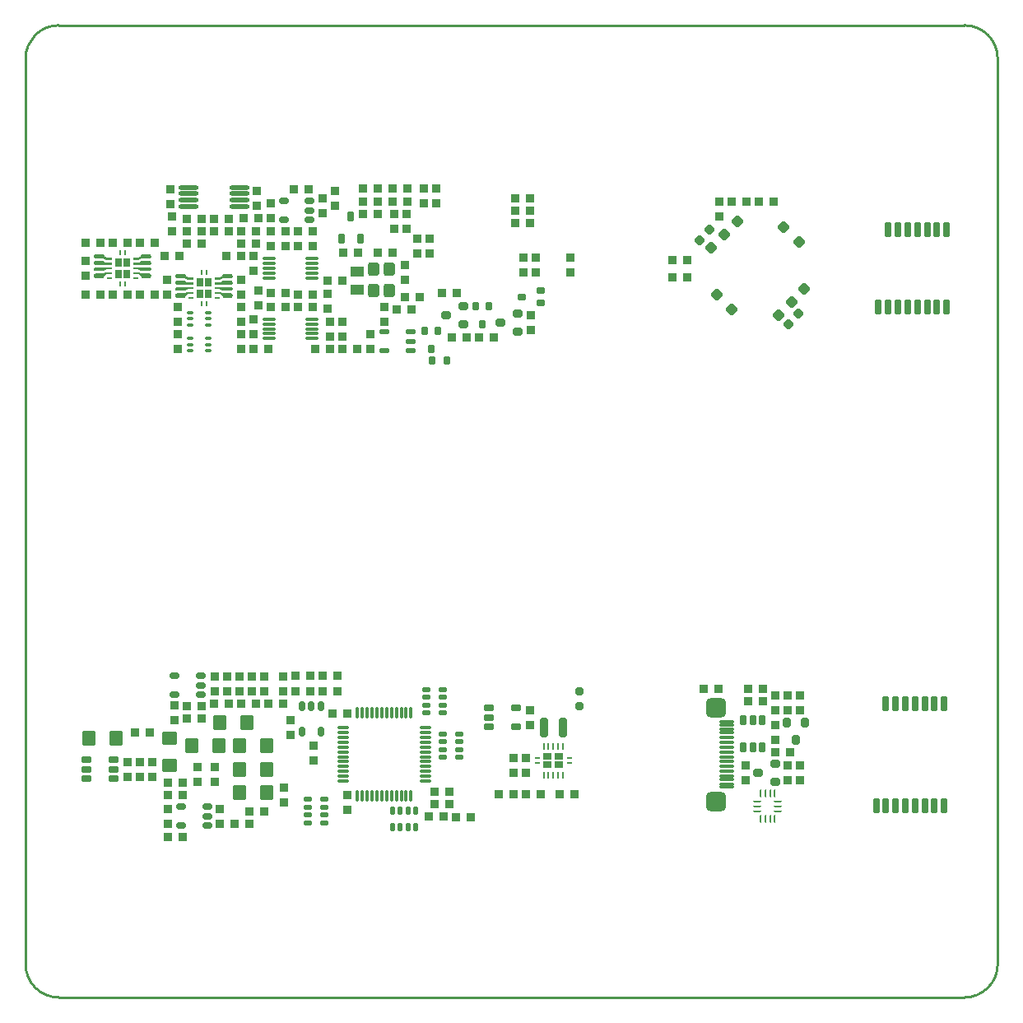
<source format=gbp>
G04*
G04 #@! TF.GenerationSoftware,Altium Limited,Altium Designer,19.1.5 (86)*
G04*
G04 Layer_Color=128*
%FSLAX25Y25*%
%MOIN*%
G70*
G01*
G75*
%ADD10C,0.01000*%
%ADD11R,0.01024X0.01968*%
%ADD12R,0.02677X0.03740*%
%ADD13R,0.03740X0.02677*%
%ADD14R,0.01968X0.01024*%
G04:AMPARAMS|DCode=15|XSize=35mil|YSize=35mil|CornerRadius=4.38mil|HoleSize=0mil|Usage=FLASHONLY|Rotation=180.000|XOffset=0mil|YOffset=0mil|HoleType=Round|Shape=RoundedRectangle|*
%AMROUNDEDRECTD15*
21,1,0.03500,0.02625,0,0,180.0*
21,1,0.02625,0.03500,0,0,180.0*
1,1,0.00875,-0.01313,0.01313*
1,1,0.00875,0.01313,0.01313*
1,1,0.00875,0.01313,-0.01313*
1,1,0.00875,-0.01313,-0.01313*
%
%ADD15ROUNDEDRECTD15*%
G04:AMPARAMS|DCode=16|XSize=35mil|YSize=35mil|CornerRadius=4.38mil|HoleSize=0mil|Usage=FLASHONLY|Rotation=270.000|XOffset=0mil|YOffset=0mil|HoleType=Round|Shape=RoundedRectangle|*
%AMROUNDEDRECTD16*
21,1,0.03500,0.02625,0,0,270.0*
21,1,0.02625,0.03500,0,0,270.0*
1,1,0.00875,-0.01313,-0.01313*
1,1,0.00875,-0.01313,0.01313*
1,1,0.00875,0.01313,0.01313*
1,1,0.00875,0.01313,-0.01313*
%
%ADD16ROUNDEDRECTD16*%
%ADD17O,0.08071X0.01772*%
G04:AMPARAMS|DCode=18|XSize=35mil|YSize=35mil|CornerRadius=4.38mil|HoleSize=0mil|Usage=FLASHONLY|Rotation=45.000|XOffset=0mil|YOffset=0mil|HoleType=Round|Shape=RoundedRectangle|*
%AMROUNDEDRECTD18*
21,1,0.03500,0.02625,0,0,45.0*
21,1,0.02625,0.03500,0,0,45.0*
1,1,0.00875,0.01856,0.00000*
1,1,0.00875,0.00000,-0.01856*
1,1,0.00875,-0.01856,0.00000*
1,1,0.00875,0.00000,0.01856*
%
%ADD18ROUNDEDRECTD18*%
G04:AMPARAMS|DCode=19|XSize=35mil|YSize=35mil|CornerRadius=3.5mil|HoleSize=0mil|Usage=FLASHONLY|Rotation=45.000|XOffset=0mil|YOffset=0mil|HoleType=Round|Shape=RoundedRectangle|*
%AMROUNDEDRECTD19*
21,1,0.03500,0.02800,0,0,45.0*
21,1,0.02800,0.03500,0,0,45.0*
1,1,0.00700,0.01980,0.00000*
1,1,0.00700,0.00000,-0.01980*
1,1,0.00700,-0.01980,0.00000*
1,1,0.00700,0.00000,0.01980*
%
%ADD19ROUNDEDRECTD19*%
G04:AMPARAMS|DCode=20|XSize=39.37mil|YSize=39.37mil|CornerRadius=4.92mil|HoleSize=0mil|Usage=FLASHONLY|Rotation=45.000|XOffset=0mil|YOffset=0mil|HoleType=Round|Shape=RoundedRectangle|*
%AMROUNDEDRECTD20*
21,1,0.03937,0.02953,0,0,45.0*
21,1,0.02953,0.03937,0,0,45.0*
1,1,0.00984,0.02088,0.00000*
1,1,0.00984,0.00000,-0.02088*
1,1,0.00984,-0.02088,0.00000*
1,1,0.00984,0.00000,0.02088*
%
%ADD20ROUNDEDRECTD20*%
G04:AMPARAMS|DCode=21|XSize=35mil|YSize=35mil|CornerRadius=3.5mil|HoleSize=0mil|Usage=FLASHONLY|Rotation=270.000|XOffset=0mil|YOffset=0mil|HoleType=Round|Shape=RoundedRectangle|*
%AMROUNDEDRECTD21*
21,1,0.03500,0.02800,0,0,270.0*
21,1,0.02800,0.03500,0,0,270.0*
1,1,0.00700,-0.01400,-0.01400*
1,1,0.00700,-0.01400,0.01400*
1,1,0.00700,0.01400,0.01400*
1,1,0.00700,0.01400,-0.01400*
%
%ADD21ROUNDEDRECTD21*%
G04:AMPARAMS|DCode=22|XSize=27.56mil|YSize=35.43mil|CornerRadius=6.89mil|HoleSize=0mil|Usage=FLASHONLY|Rotation=90.000|XOffset=0mil|YOffset=0mil|HoleType=Round|Shape=RoundedRectangle|*
%AMROUNDEDRECTD22*
21,1,0.02756,0.02165,0,0,90.0*
21,1,0.01378,0.03543,0,0,90.0*
1,1,0.01378,0.01083,0.00689*
1,1,0.01378,0.01083,-0.00689*
1,1,0.01378,-0.01083,-0.00689*
1,1,0.01378,-0.01083,0.00689*
%
%ADD22ROUNDEDRECTD22*%
G04:AMPARAMS|DCode=23|XSize=31.58mil|YSize=38.27mil|CornerRadius=7.89mil|HoleSize=0mil|Usage=FLASHONLY|Rotation=90.000|XOffset=0mil|YOffset=0mil|HoleType=Round|Shape=RoundedRectangle|*
%AMROUNDEDRECTD23*
21,1,0.03158,0.02248,0,0,90.0*
21,1,0.01579,0.03827,0,0,90.0*
1,1,0.01579,0.01124,0.00789*
1,1,0.01579,0.01124,-0.00789*
1,1,0.01579,-0.01124,-0.00789*
1,1,0.01579,-0.01124,0.00789*
%
%ADD23ROUNDEDRECTD23*%
G04:AMPARAMS|DCode=24|XSize=27.56mil|YSize=35.43mil|CornerRadius=6.89mil|HoleSize=0mil|Usage=FLASHONLY|Rotation=180.000|XOffset=0mil|YOffset=0mil|HoleType=Round|Shape=RoundedRectangle|*
%AMROUNDEDRECTD24*
21,1,0.02756,0.02165,0,0,180.0*
21,1,0.01378,0.03543,0,0,180.0*
1,1,0.01378,-0.00689,0.01083*
1,1,0.01378,0.00689,0.01083*
1,1,0.01378,0.00689,-0.01083*
1,1,0.01378,-0.00689,-0.01083*
%
%ADD24ROUNDEDRECTD24*%
G04:AMPARAMS|DCode=25|XSize=31.5mil|YSize=23.62mil|CornerRadius=2.95mil|HoleSize=0mil|Usage=FLASHONLY|Rotation=90.000|XOffset=0mil|YOffset=0mil|HoleType=Round|Shape=RoundedRectangle|*
%AMROUNDEDRECTD25*
21,1,0.03150,0.01772,0,0,90.0*
21,1,0.02559,0.02362,0,0,90.0*
1,1,0.00591,0.00886,0.01280*
1,1,0.00591,0.00886,-0.01280*
1,1,0.00591,-0.00886,-0.01280*
1,1,0.00591,-0.00886,0.01280*
%
%ADD25ROUNDEDRECTD25*%
G04:AMPARAMS|DCode=26|XSize=21.65mil|YSize=39.37mil|CornerRadius=5.41mil|HoleSize=0mil|Usage=FLASHONLY|Rotation=90.000|XOffset=0mil|YOffset=0mil|HoleType=Round|Shape=RoundedRectangle|*
%AMROUNDEDRECTD26*
21,1,0.02165,0.02854,0,0,90.0*
21,1,0.01083,0.03937,0,0,90.0*
1,1,0.01083,0.01427,0.00541*
1,1,0.01083,0.01427,-0.00541*
1,1,0.01083,-0.01427,-0.00541*
1,1,0.01083,-0.01427,0.00541*
%
%ADD26ROUNDEDRECTD26*%
G04:AMPARAMS|DCode=27|XSize=35mil|YSize=35mil|CornerRadius=3.5mil|HoleSize=0mil|Usage=FLASHONLY|Rotation=180.000|XOffset=0mil|YOffset=0mil|HoleType=Round|Shape=RoundedRectangle|*
%AMROUNDEDRECTD27*
21,1,0.03500,0.02800,0,0,180.0*
21,1,0.02800,0.03500,0,0,180.0*
1,1,0.00700,-0.01400,0.01400*
1,1,0.00700,0.01400,0.01400*
1,1,0.00700,0.01400,-0.01400*
1,1,0.00700,-0.01400,-0.01400*
%
%ADD27ROUNDEDRECTD27*%
G04:AMPARAMS|DCode=28|XSize=45.28mil|YSize=55.12mil|CornerRadius=11.32mil|HoleSize=0mil|Usage=FLASHONLY|Rotation=180.000|XOffset=0mil|YOffset=0mil|HoleType=Round|Shape=RoundedRectangle|*
%AMROUNDEDRECTD28*
21,1,0.04528,0.03248,0,0,180.0*
21,1,0.02264,0.05512,0,0,180.0*
1,1,0.02264,-0.01132,0.01624*
1,1,0.02264,0.01132,0.01624*
1,1,0.02264,0.01132,-0.01624*
1,1,0.02264,-0.01132,-0.01624*
%
%ADD28ROUNDEDRECTD28*%
G04:AMPARAMS|DCode=29|XSize=42.5mil|YSize=55mil|CornerRadius=4.25mil|HoleSize=0mil|Usage=FLASHONLY|Rotation=270.000|XOffset=0mil|YOffset=0mil|HoleType=Round|Shape=RoundedRectangle|*
%AMROUNDEDRECTD29*
21,1,0.04250,0.04650,0,0,270.0*
21,1,0.03400,0.05500,0,0,270.0*
1,1,0.00850,-0.02325,-0.01700*
1,1,0.00850,-0.02325,0.01700*
1,1,0.00850,0.02325,0.01700*
1,1,0.00850,0.02325,-0.01700*
%
%ADD29ROUNDEDRECTD29*%
G04:AMPARAMS|DCode=30|XSize=25.59mil|YSize=41.34mil|CornerRadius=6.4mil|HoleSize=0mil|Usage=FLASHONLY|Rotation=0.000|XOffset=0mil|YOffset=0mil|HoleType=Round|Shape=RoundedRectangle|*
%AMROUNDEDRECTD30*
21,1,0.02559,0.02854,0,0,0.0*
21,1,0.01280,0.04134,0,0,0.0*
1,1,0.01280,0.00640,-0.01427*
1,1,0.01280,-0.00640,-0.01427*
1,1,0.01280,-0.00640,0.01427*
1,1,0.01280,0.00640,0.01427*
%
%ADD30ROUNDEDRECTD30*%
G04:AMPARAMS|DCode=31|XSize=23.62mil|YSize=39.37mil|CornerRadius=5.91mil|HoleSize=0mil|Usage=FLASHONLY|Rotation=90.000|XOffset=0mil|YOffset=0mil|HoleType=Round|Shape=RoundedRectangle|*
%AMROUNDEDRECTD31*
21,1,0.02362,0.02756,0,0,90.0*
21,1,0.01181,0.03937,0,0,90.0*
1,1,0.01181,0.01378,0.00591*
1,1,0.01181,0.01378,-0.00591*
1,1,0.01181,-0.01378,-0.00591*
1,1,0.01181,-0.01378,0.00591*
%
%ADD31ROUNDEDRECTD31*%
%ADD32O,0.05709X0.01181*%
%ADD33O,0.02362X0.00906*%
G04:AMPARAMS|DCode=34|XSize=16.54mil|YSize=23.62mil|CornerRadius=4.13mil|HoleSize=0mil|Usage=FLASHONLY|Rotation=90.000|XOffset=0mil|YOffset=0mil|HoleType=Round|Shape=RoundedRectangle|*
%AMROUNDEDRECTD34*
21,1,0.01654,0.01535,0,0,90.0*
21,1,0.00827,0.02362,0,0,90.0*
1,1,0.00827,0.00768,0.00413*
1,1,0.00827,0.00768,-0.00413*
1,1,0.00827,-0.00768,-0.00413*
1,1,0.00827,-0.00768,0.00413*
%
%ADD34ROUNDEDRECTD34*%
G04:AMPARAMS|DCode=35|XSize=82.68mil|YSize=78.74mil|CornerRadius=19.68mil|HoleSize=0mil|Usage=FLASHONLY|Rotation=0.000|XOffset=0mil|YOffset=0mil|HoleType=Round|Shape=RoundedRectangle|*
%AMROUNDEDRECTD35*
21,1,0.08268,0.03937,0,0,0.0*
21,1,0.04331,0.07874,0,0,0.0*
1,1,0.03937,0.02165,-0.01968*
1,1,0.03937,-0.02165,-0.01968*
1,1,0.03937,-0.02165,0.01968*
1,1,0.03937,0.02165,0.01968*
%
%ADD35ROUNDEDRECTD35*%
G04:AMPARAMS|DCode=36|XSize=59.06mil|YSize=11.81mil|CornerRadius=2.95mil|HoleSize=0mil|Usage=FLASHONLY|Rotation=0.000|XOffset=0mil|YOffset=0mil|HoleType=Round|Shape=RoundedRectangle|*
%AMROUNDEDRECTD36*
21,1,0.05906,0.00591,0,0,0.0*
21,1,0.05315,0.01181,0,0,0.0*
1,1,0.00591,0.02657,-0.00295*
1,1,0.00591,-0.02657,-0.00295*
1,1,0.00591,-0.02657,0.00295*
1,1,0.00591,0.02657,0.00295*
%
%ADD36ROUNDEDRECTD36*%
G04:AMPARAMS|DCode=37|XSize=17.72mil|YSize=35.43mil|CornerRadius=4.43mil|HoleSize=0mil|Usage=FLASHONLY|Rotation=90.000|XOffset=0mil|YOffset=0mil|HoleType=Round|Shape=RoundedRectangle|*
%AMROUNDEDRECTD37*
21,1,0.01772,0.02657,0,0,90.0*
21,1,0.00886,0.03543,0,0,90.0*
1,1,0.00886,0.01329,0.00443*
1,1,0.00886,0.01329,-0.00443*
1,1,0.00886,-0.01329,-0.00443*
1,1,0.00886,-0.01329,0.00443*
%
%ADD37ROUNDEDRECTD37*%
%ADD38O,0.00906X0.03150*%
G04:AMPARAMS|DCode=39|XSize=31.58mil|YSize=38.27mil|CornerRadius=7.89mil|HoleSize=0mil|Usage=FLASHONLY|Rotation=180.000|XOffset=0mil|YOffset=0mil|HoleType=Round|Shape=RoundedRectangle|*
%AMROUNDEDRECTD39*
21,1,0.03158,0.02248,0,0,180.0*
21,1,0.01579,0.03827,0,0,180.0*
1,1,0.01579,-0.00789,0.01124*
1,1,0.01579,0.00789,0.01124*
1,1,0.01579,0.00789,-0.01124*
1,1,0.01579,-0.00789,-0.01124*
%
%ADD39ROUNDEDRECTD39*%
G04:AMPARAMS|DCode=40|XSize=23.62mil|YSize=43.31mil|CornerRadius=5.91mil|HoleSize=0mil|Usage=FLASHONLY|Rotation=90.000|XOffset=0mil|YOffset=0mil|HoleType=Round|Shape=RoundedRectangle|*
%AMROUNDEDRECTD40*
21,1,0.02362,0.03150,0,0,90.0*
21,1,0.01181,0.04331,0,0,90.0*
1,1,0.01181,0.01575,0.00591*
1,1,0.01181,0.01575,-0.00591*
1,1,0.01181,-0.01575,-0.00591*
1,1,0.01181,-0.01575,0.00591*
%
%ADD40ROUNDEDRECTD40*%
G04:AMPARAMS|DCode=41|XSize=23.62mil|YSize=39.37mil|CornerRadius=5.91mil|HoleSize=0mil|Usage=FLASHONLY|Rotation=180.000|XOffset=0mil|YOffset=0mil|HoleType=Round|Shape=RoundedRectangle|*
%AMROUNDEDRECTD41*
21,1,0.02362,0.02756,0,0,180.0*
21,1,0.01181,0.03937,0,0,180.0*
1,1,0.01181,-0.00591,0.01378*
1,1,0.01181,0.00591,0.01378*
1,1,0.01181,0.00591,-0.01378*
1,1,0.01181,-0.00591,-0.01378*
%
%ADD41ROUNDEDRECTD41*%
G04:AMPARAMS|DCode=42|XSize=17.72mil|YSize=35.43mil|CornerRadius=4.43mil|HoleSize=0mil|Usage=FLASHONLY|Rotation=0.000|XOffset=0mil|YOffset=0mil|HoleType=Round|Shape=RoundedRectangle|*
%AMROUNDEDRECTD42*
21,1,0.01772,0.02657,0,0,0.0*
21,1,0.00886,0.03543,0,0,0.0*
1,1,0.00886,0.00443,-0.01329*
1,1,0.00886,-0.00443,-0.01329*
1,1,0.00886,-0.00443,0.01329*
1,1,0.00886,0.00443,0.01329*
%
%ADD42ROUNDEDRECTD42*%
%ADD43O,0.01181X0.04724*%
%ADD44O,0.04724X0.01181*%
G04:AMPARAMS|DCode=45|XSize=78.74mil|YSize=31.5mil|CornerRadius=7.87mil|HoleSize=0mil|Usage=FLASHONLY|Rotation=90.000|XOffset=0mil|YOffset=0mil|HoleType=Round|Shape=RoundedRectangle|*
%AMROUNDEDRECTD45*
21,1,0.07874,0.01575,0,0,90.0*
21,1,0.06299,0.03150,0,0,90.0*
1,1,0.01575,0.00787,0.03150*
1,1,0.01575,0.00787,-0.03150*
1,1,0.01575,-0.00787,-0.03150*
1,1,0.01575,-0.00787,0.03150*
%
%ADD45ROUNDEDRECTD45*%
G04:AMPARAMS|DCode=46|XSize=31.5mil|YSize=31.5mil|CornerRadius=7.87mil|HoleSize=0mil|Usage=FLASHONLY|Rotation=180.000|XOffset=0mil|YOffset=0mil|HoleType=Round|Shape=RoundedRectangle|*
%AMROUNDEDRECTD46*
21,1,0.03150,0.01575,0,0,180.0*
21,1,0.01575,0.03150,0,0,180.0*
1,1,0.01575,-0.00787,0.00787*
1,1,0.01575,0.00787,0.00787*
1,1,0.01575,0.00787,-0.00787*
1,1,0.01575,-0.00787,-0.00787*
%
%ADD46ROUNDEDRECTD46*%
G04:AMPARAMS|DCode=47|XSize=23.62mil|YSize=43.31mil|CornerRadius=5.91mil|HoleSize=0mil|Usage=FLASHONLY|Rotation=0.000|XOffset=0mil|YOffset=0mil|HoleType=Round|Shape=RoundedRectangle|*
%AMROUNDEDRECTD47*
21,1,0.02362,0.03150,0,0,0.0*
21,1,0.01181,0.04331,0,0,0.0*
1,1,0.01181,0.00591,-0.01575*
1,1,0.01181,-0.00591,-0.01575*
1,1,0.01181,-0.00591,0.01575*
1,1,0.01181,0.00591,0.01575*
%
%ADD47ROUNDEDRECTD47*%
G04:AMPARAMS|DCode=48|XSize=9.84mil|YSize=30.51mil|CornerRadius=2.46mil|HoleSize=0mil|Usage=FLASHONLY|Rotation=180.000|XOffset=0mil|YOffset=0mil|HoleType=Round|Shape=RoundedRectangle|*
%AMROUNDEDRECTD48*
21,1,0.00984,0.02559,0,0,180.0*
21,1,0.00492,0.03051,0,0,180.0*
1,1,0.00492,-0.00246,0.01280*
1,1,0.00492,0.00246,0.01280*
1,1,0.00492,0.00246,-0.01280*
1,1,0.00492,-0.00246,-0.01280*
%
%ADD48ROUNDEDRECTD48*%
G04:AMPARAMS|DCode=49|XSize=9.84mil|YSize=30.51mil|CornerRadius=2.46mil|HoleSize=0mil|Usage=FLASHONLY|Rotation=270.000|XOffset=0mil|YOffset=0mil|HoleType=Round|Shape=RoundedRectangle|*
%AMROUNDEDRECTD49*
21,1,0.00984,0.02559,0,0,270.0*
21,1,0.00492,0.03051,0,0,270.0*
1,1,0.00492,-0.01280,-0.00246*
1,1,0.00492,-0.01280,0.00246*
1,1,0.00492,0.01280,0.00246*
1,1,0.00492,0.01280,-0.00246*
%
%ADD49ROUNDEDRECTD49*%
G04:AMPARAMS|DCode=50|XSize=9.84mil|YSize=18.7mil|CornerRadius=2.46mil|HoleSize=0mil|Usage=FLASHONLY|Rotation=270.000|XOffset=0mil|YOffset=0mil|HoleType=Round|Shape=RoundedRectangle|*
%AMROUNDEDRECTD50*
21,1,0.00984,0.01378,0,0,270.0*
21,1,0.00492,0.01870,0,0,270.0*
1,1,0.00492,-0.00689,-0.00246*
1,1,0.00492,-0.00689,0.00246*
1,1,0.00492,0.00689,0.00246*
1,1,0.00492,0.00689,-0.00246*
%
%ADD50ROUNDEDRECTD50*%
G04:AMPARAMS|DCode=51|XSize=62.99mil|YSize=55.12mil|CornerRadius=6.89mil|HoleSize=0mil|Usage=FLASHONLY|Rotation=270.000|XOffset=0mil|YOffset=0mil|HoleType=Round|Shape=RoundedRectangle|*
%AMROUNDEDRECTD51*
21,1,0.06299,0.04134,0,0,270.0*
21,1,0.04921,0.05512,0,0,270.0*
1,1,0.01378,-0.02067,-0.02461*
1,1,0.01378,-0.02067,0.02461*
1,1,0.01378,0.02067,0.02461*
1,1,0.01378,0.02067,-0.02461*
%
%ADD51ROUNDEDRECTD51*%
G04:AMPARAMS|DCode=52|XSize=62.99mil|YSize=55.12mil|CornerRadius=6.89mil|HoleSize=0mil|Usage=FLASHONLY|Rotation=180.000|XOffset=0mil|YOffset=0mil|HoleType=Round|Shape=RoundedRectangle|*
%AMROUNDEDRECTD52*
21,1,0.06299,0.04134,0,0,180.0*
21,1,0.04921,0.05512,0,0,180.0*
1,1,0.01378,-0.02461,0.02067*
1,1,0.01378,0.02461,0.02067*
1,1,0.01378,0.02461,-0.02067*
1,1,0.01378,-0.02461,-0.02067*
%
%ADD52ROUNDEDRECTD52*%
G04:AMPARAMS|DCode=53|XSize=59.06mil|YSize=27.56mil|CornerRadius=3.45mil|HoleSize=0mil|Usage=FLASHONLY|Rotation=270.000|XOffset=0mil|YOffset=0mil|HoleType=Round|Shape=RoundedRectangle|*
%AMROUNDEDRECTD53*
21,1,0.05906,0.02067,0,0,270.0*
21,1,0.05217,0.02756,0,0,270.0*
1,1,0.00689,-0.01034,-0.02608*
1,1,0.00689,-0.01034,0.02608*
1,1,0.00689,0.01034,0.02608*
1,1,0.00689,0.01034,-0.02608*
%
%ADD53ROUNDEDRECTD53*%
G36*
X-169217Y95468D02*
Y95296D01*
X-169085Y94978D01*
X-168841Y94734D01*
X-168523Y94602D01*
X-168350D01*
D01*
Y94602D01*
X-165256D01*
Y94602D01*
X-165208Y94881D01*
X-164963Y95389D01*
X-164550Y95772D01*
X-164026Y95977D01*
X-163744Y96004D01*
Y96004D01*
X-162287D01*
X-162100D01*
X-161835Y96269D01*
Y96644D01*
X-162100Y96909D01*
X-162287D01*
D01*
Y96909D01*
X-163868D01*
X-164061D01*
X-164441Y96834D01*
X-164798Y96686D01*
X-165119Y96471D01*
X-165256Y96335D01*
Y96335D01*
X-168350Y96335D01*
X-168523D01*
X-168841Y96203D01*
X-169085Y95959D01*
X-169217Y95641D01*
Y95468D01*
D01*
D02*
G37*
G36*
Y98146D02*
Y97997D01*
X-169103Y97722D01*
X-168892Y97512D01*
X-168617Y97398D01*
X-168468D01*
D01*
X-165256Y97398D01*
X-165113Y97527D01*
X-164793Y97741D01*
X-164438Y97888D01*
X-164060Y97963D01*
X-163868Y97973D01*
D01*
X-162287D01*
X-162100D01*
X-161835Y98238D01*
Y98613D01*
X-162100Y98878D01*
X-162287D01*
D01*
Y98878D01*
X-165218D01*
X-165223Y98878D01*
X-165234Y98880D01*
X-165243Y98884D01*
X-165252Y98890D01*
X-165256Y98894D01*
X-165256Y98894D01*
X-168468D01*
X-168617D01*
X-168892Y98780D01*
X-169103Y98569D01*
X-169217Y98295D01*
Y98146D01*
D01*
D02*
G37*
G36*
Y103382D02*
Y103554D01*
X-169085Y103873D01*
X-168841Y104116D01*
X-168523Y104248D01*
X-168350D01*
D01*
Y104248D01*
X-165256D01*
Y104248D01*
X-165208Y103969D01*
X-164963Y103462D01*
X-164550Y103079D01*
X-164026Y102873D01*
X-163744Y102847D01*
D01*
X-162287D01*
X-162100D01*
X-161835Y102581D01*
Y102206D01*
X-162100Y101941D01*
X-162287D01*
D01*
Y101941D01*
X-163868D01*
X-164061D01*
X-164441Y102016D01*
X-164798Y102164D01*
X-165119Y102379D01*
X-165256Y102516D01*
D01*
X-168350Y102516D01*
X-168523D01*
X-168841Y102648D01*
X-169085Y102891D01*
X-169217Y103210D01*
Y103382D01*
D01*
D02*
G37*
G36*
Y100673D02*
Y100822D01*
X-169103Y101097D01*
X-168892Y101307D01*
X-168617Y101421D01*
X-168468D01*
D01*
X-165256D01*
X-165113Y101292D01*
X-164793Y101078D01*
X-164438Y100931D01*
X-164060Y100856D01*
X-163868Y100847D01*
D01*
X-162287D01*
X-162100D01*
X-161835Y100581D01*
Y100206D01*
X-162100Y99941D01*
X-162287D01*
D01*
Y99941D01*
X-165218D01*
X-165223Y99941D01*
X-165234Y99939D01*
X-165243Y99935D01*
X-165252Y99929D01*
X-165256Y99925D01*
X-165256D01*
X-168468D01*
X-168617D01*
X-168892Y100039D01*
X-169103Y100250D01*
X-169217Y100524D01*
Y100673D01*
D01*
D02*
G37*
G36*
X-145988Y95468D02*
Y95296D01*
X-146120Y94978D01*
X-146364Y94734D01*
X-146682Y94602D01*
X-146854D01*
D01*
Y94602D01*
X-149949D01*
X-149949Y94602D01*
X-149997Y94881D01*
X-150241Y95389D01*
X-150654Y95772D01*
X-151179Y95977D01*
X-151461Y96004D01*
Y96004D01*
X-152917D01*
X-153105D01*
X-153370Y96269D01*
Y96644D01*
X-153105Y96909D01*
X-152917D01*
D01*
Y96909D01*
X-151337D01*
X-151143D01*
X-150764Y96834D01*
X-150407Y96686D01*
X-150085Y96471D01*
X-149949Y96335D01*
X-149949Y96335D01*
X-146854Y96335D01*
X-146682D01*
X-146364Y96203D01*
X-146120Y95959D01*
X-145988Y95641D01*
Y95468D01*
D01*
D02*
G37*
G36*
Y98146D02*
Y97997D01*
X-146102Y97722D01*
X-146312Y97512D01*
X-146587Y97398D01*
X-146736D01*
D01*
X-149949Y97398D01*
X-150092Y97527D01*
X-150411Y97741D01*
X-150767Y97888D01*
X-151144Y97963D01*
X-151337Y97972D01*
D01*
X-152917D01*
X-153105D01*
X-153370Y98238D01*
Y98613D01*
X-153105Y98878D01*
X-152917D01*
D01*
Y98878D01*
X-149987D01*
X-149982Y98878D01*
X-149971Y98880D01*
X-149962Y98884D01*
X-149953Y98890D01*
X-149949Y98894D01*
Y98894D01*
X-146736D01*
X-146587D01*
X-146312Y98780D01*
X-146102Y98569D01*
X-145988Y98295D01*
Y98146D01*
D01*
D02*
G37*
G36*
Y100673D02*
Y100822D01*
X-146102Y101097D01*
X-146312Y101307D01*
X-146587Y101421D01*
X-146736D01*
D01*
X-149949D01*
X-150092Y101292D01*
X-150411Y101078D01*
X-150767Y100931D01*
X-151144Y100856D01*
X-151337Y100847D01*
D01*
X-152917D01*
X-153105D01*
X-153370Y100581D01*
Y100206D01*
X-153105Y99941D01*
X-152917D01*
D01*
Y99941D01*
X-149987D01*
X-149982Y99941D01*
X-149971Y99939D01*
X-149962Y99935D01*
X-149953Y99929D01*
X-149949Y99925D01*
D01*
X-146736D01*
X-146587D01*
X-146312Y100039D01*
X-146102Y100250D01*
X-145988Y100524D01*
Y100673D01*
D01*
D02*
G37*
G36*
Y103382D02*
Y103554D01*
X-146120Y103873D01*
X-146364Y104116D01*
X-146682Y104248D01*
X-146854D01*
D01*
Y104248D01*
X-149949D01*
X-149949Y104248D01*
X-149997Y103969D01*
X-150241Y103462D01*
X-150654Y103079D01*
X-151179Y102873D01*
X-151461Y102847D01*
D01*
X-152917D01*
X-153105D01*
X-153370Y102581D01*
Y102206D01*
X-153105Y101941D01*
X-152917D01*
D01*
Y101941D01*
X-151337D01*
X-151143D01*
X-150764Y102016D01*
X-150407Y102164D01*
X-150085Y102379D01*
X-149949Y102516D01*
X-149949D01*
X-146854Y102516D01*
X-146682D01*
X-146364Y102648D01*
X-146120Y102891D01*
X-145988Y103210D01*
Y103382D01*
D01*
D02*
G37*
G36*
X-136217Y87468D02*
Y87296D01*
X-136085Y86978D01*
X-135841Y86734D01*
X-135523Y86602D01*
X-135350D01*
D01*
Y86602D01*
X-132256D01*
Y86602D01*
X-132208Y86881D01*
X-131963Y87389D01*
X-131550Y87772D01*
X-131026Y87977D01*
X-130744Y88004D01*
Y88004D01*
X-129287D01*
X-129100D01*
X-128835Y88269D01*
Y88644D01*
X-129100Y88910D01*
X-129287D01*
D01*
Y88910D01*
X-130868D01*
X-131061D01*
X-131441Y88834D01*
X-131798Y88686D01*
X-132119Y88471D01*
X-132256Y88335D01*
Y88335D01*
X-135350Y88335D01*
X-135523D01*
X-135841Y88203D01*
X-136085Y87959D01*
X-136217Y87641D01*
Y87468D01*
D01*
D02*
G37*
G36*
Y90146D02*
Y89997D01*
X-136103Y89722D01*
X-135892Y89512D01*
X-135617Y89398D01*
X-135468D01*
D01*
X-132256Y89398D01*
X-132113Y89527D01*
X-131793Y89741D01*
X-131438Y89888D01*
X-131061Y89963D01*
X-130868Y89973D01*
D01*
X-129287D01*
X-129100D01*
X-128835Y90238D01*
Y90613D01*
X-129100Y90878D01*
X-129287D01*
D01*
Y90878D01*
X-132218D01*
X-132223Y90878D01*
X-132234Y90880D01*
X-132243Y90884D01*
X-132252Y90890D01*
X-132256Y90894D01*
X-132256Y90894D01*
X-135468D01*
X-135617D01*
X-135892Y90780D01*
X-136103Y90569D01*
X-136217Y90294D01*
Y90146D01*
D01*
D02*
G37*
G36*
Y95382D02*
Y95554D01*
X-136085Y95872D01*
X-135841Y96116D01*
X-135523Y96248D01*
X-135350D01*
D01*
Y96248D01*
X-132256D01*
Y96248D01*
X-132208Y95969D01*
X-131963Y95462D01*
X-131550Y95079D01*
X-131026Y94873D01*
X-130744Y94846D01*
D01*
X-129287D01*
X-129100D01*
X-128835Y94581D01*
Y94206D01*
X-129100Y93941D01*
X-129287D01*
D01*
Y93941D01*
X-130868D01*
X-131061D01*
X-131441Y94016D01*
X-131798Y94164D01*
X-132119Y94379D01*
X-132256Y94516D01*
D01*
X-135350Y94516D01*
X-135523D01*
X-135841Y94648D01*
X-136085Y94891D01*
X-136217Y95210D01*
Y95382D01*
D01*
D02*
G37*
G36*
Y92673D02*
Y92822D01*
X-136103Y93097D01*
X-135892Y93307D01*
X-135617Y93421D01*
X-135468D01*
D01*
X-132256D01*
X-132113Y93292D01*
X-131793Y93078D01*
X-131438Y92931D01*
X-131061Y92856D01*
X-130868Y92847D01*
D01*
X-129287D01*
X-129100D01*
X-128835Y92581D01*
Y92206D01*
X-129100Y91941D01*
X-129287D01*
D01*
Y91941D01*
X-132218D01*
X-132223Y91941D01*
X-132234Y91939D01*
X-132243Y91935D01*
X-132252Y91929D01*
X-132256Y91925D01*
X-132256D01*
X-135468D01*
X-135617D01*
X-135892Y92039D01*
X-136103Y92250D01*
X-136217Y92524D01*
Y92673D01*
D01*
D02*
G37*
G36*
X-112988Y87468D02*
Y87296D01*
X-113120Y86978D01*
X-113364Y86734D01*
X-113682Y86602D01*
X-113854D01*
D01*
Y86602D01*
X-116949D01*
X-116949Y86602D01*
X-116997Y86881D01*
X-117241Y87388D01*
X-117654Y87772D01*
X-118179Y87977D01*
X-118461Y88004D01*
Y88004D01*
X-119917D01*
X-120105D01*
X-120370Y88269D01*
Y88644D01*
X-120105Y88910D01*
X-119917D01*
D01*
Y88909D01*
X-118336D01*
X-118143D01*
X-117764Y88834D01*
X-117407Y88686D01*
X-117086Y88471D01*
X-116949Y88335D01*
X-116949Y88335D01*
X-113854Y88335D01*
X-113682D01*
X-113364Y88203D01*
X-113120Y87959D01*
X-112988Y87641D01*
Y87468D01*
D01*
D02*
G37*
G36*
Y90146D02*
Y89997D01*
X-113102Y89722D01*
X-113312Y89512D01*
X-113587Y89398D01*
X-113736D01*
D01*
X-116949Y89398D01*
X-117092Y89527D01*
X-117411Y89741D01*
X-117767Y89888D01*
X-118144Y89963D01*
X-118337Y89972D01*
D01*
X-119917D01*
X-120105D01*
X-120370Y90238D01*
Y90613D01*
X-120105Y90878D01*
X-119917D01*
D01*
Y90878D01*
X-116987D01*
X-116982Y90878D01*
X-116971Y90880D01*
X-116962Y90884D01*
X-116953Y90890D01*
X-116949Y90894D01*
Y90894D01*
X-113736D01*
X-113587D01*
X-113312Y90780D01*
X-113102Y90569D01*
X-112988Y90294D01*
Y90146D01*
D01*
D02*
G37*
G36*
Y95382D02*
Y95554D01*
X-113120Y95872D01*
X-113364Y96116D01*
X-113682Y96248D01*
X-113854D01*
D01*
Y96248D01*
X-116949D01*
X-116949Y96248D01*
X-116997Y95969D01*
X-117241Y95462D01*
X-117654Y95079D01*
X-118179Y94873D01*
X-118461Y94846D01*
D01*
X-119917D01*
X-120105D01*
X-120370Y94581D01*
Y94206D01*
X-120105Y93941D01*
X-119917D01*
D01*
Y93941D01*
X-118336D01*
X-118143D01*
X-117764Y94016D01*
X-117407Y94164D01*
X-117086Y94379D01*
X-116949Y94516D01*
X-116949D01*
X-113854Y94516D01*
X-113682D01*
X-113364Y94648D01*
X-113120Y94891D01*
X-112988Y95210D01*
Y95382D01*
D01*
D02*
G37*
G36*
Y92673D02*
Y92822D01*
X-113102Y93097D01*
X-113312Y93307D01*
X-113587Y93421D01*
X-113736D01*
D01*
X-116949D01*
X-117092Y93292D01*
X-117411Y93078D01*
X-117767Y92931D01*
X-118144Y92856D01*
X-118337Y92847D01*
D01*
X-119917D01*
X-120105D01*
X-120370Y92581D01*
Y92206D01*
X-120105Y91941D01*
X-119917D01*
D01*
Y91941D01*
X-116987D01*
X-116982Y91941D01*
X-116971Y91939D01*
X-116962Y91935D01*
X-116953Y91929D01*
X-116949Y91925D01*
D01*
X-113736D01*
X-113587D01*
X-113312Y92039D01*
X-113102Y92250D01*
X-112988Y92524D01*
Y92673D01*
D01*
D02*
G37*
D10*
X196850Y183465D02*
G03*
X183465Y196850I-13386J0D01*
G01*
X183465Y-196850D02*
G03*
X196850Y-183465I0J13386D01*
G01*
X-183465Y196850D02*
G03*
X-196850Y183465I0J-13386D01*
G01*
X-196850Y-183465D02*
G03*
X-183465Y-196850I13386J0D01*
G01*
X-183465Y196850D02*
X183465Y196850D01*
X196850Y183465D02*
X196850Y-183465D01*
X-183465Y-196850D02*
X183465Y-196850D01*
X-196850Y183465D02*
X-196850Y-183465D01*
D11*
X-123618Y84008D02*
D03*
X-125587D02*
D03*
Y96842D02*
D03*
X-123618D02*
D03*
X-156618Y104842D02*
D03*
X-158587D02*
D03*
Y92008D02*
D03*
X-156618D02*
D03*
D12*
X-122831Y88122D02*
D03*
X-126374D02*
D03*
Y92728D02*
D03*
X-122831D02*
D03*
X-155831Y100728D02*
D03*
X-159374D02*
D03*
Y96122D02*
D03*
X-155831D02*
D03*
D13*
X14595Y-99154D02*
D03*
Y-102697D02*
D03*
X19200Y-102697D02*
D03*
X19200Y-99154D02*
D03*
D14*
X10481Y-99941D02*
D03*
Y-101909D02*
D03*
X23315Y-101909D02*
D03*
X23315Y-99941D02*
D03*
D15*
X106154Y125425D02*
D03*
X100154D02*
D03*
X-48102Y125425D02*
D03*
X-42102D02*
D03*
X95153Y125425D02*
D03*
X89153D02*
D03*
X-68602Y93425D02*
D03*
X-74602D02*
D03*
X1398Y121925D02*
D03*
X7398D02*
D03*
X1398Y116925D02*
D03*
X7398D02*
D03*
X-28102Y88425D02*
D03*
X-22102D02*
D03*
X-42102Y130925D02*
D03*
X-48102D02*
D03*
X-54102Y130925D02*
D03*
X-60102D02*
D03*
X-73602Y65925D02*
D03*
X-79602D02*
D03*
X-80602Y113425D02*
D03*
X-86602D02*
D03*
X-120602D02*
D03*
X-114602D02*
D03*
X-131602D02*
D03*
X-125602D02*
D03*
X-150602Y108925D02*
D03*
X-144602D02*
D03*
X-161602D02*
D03*
X-155602D02*
D03*
X-166602D02*
D03*
X-172602D02*
D03*
X65153Y101925D02*
D03*
X71153D02*
D03*
X65153Y94925D02*
D03*
X71153D02*
D03*
X1398Y126925D02*
D03*
X7398D02*
D03*
X-7102Y70425D02*
D03*
X-13102D02*
D03*
X-24102D02*
D03*
X-18102D02*
D03*
X-60102Y125425D02*
D03*
X-54102D02*
D03*
X-80602Y87925D02*
D03*
X-86602D02*
D03*
X-91602Y113425D02*
D03*
X-97602D02*
D03*
X-108602Y118925D02*
D03*
X-102602D02*
D03*
X-115602Y103425D02*
D03*
X-109602D02*
D03*
X-150602Y87925D02*
D03*
X-144602D02*
D03*
X-161602D02*
D03*
X-155602D02*
D03*
X-166602D02*
D03*
X-172602D02*
D03*
X-152602Y-89425D02*
D03*
X-146602D02*
D03*
X-106102Y-121425D02*
D03*
X-100102D02*
D03*
X101654Y-71925D02*
D03*
X95653D02*
D03*
X106653Y-97425D02*
D03*
X112654D02*
D03*
X-133102Y-131925D02*
D03*
X-139102D02*
D03*
X-114602Y-77925D02*
D03*
X-120602D02*
D03*
X-109602D02*
D03*
X-103602D02*
D03*
X-92602D02*
D03*
X-98602D02*
D03*
X-16602Y-123925D02*
D03*
X-22602D02*
D03*
X11898Y-114425D02*
D03*
X5898D02*
D03*
X-106102Y-126425D02*
D03*
X-112102D02*
D03*
D16*
X84153Y125425D02*
D03*
Y119425D02*
D03*
X-30602Y130925D02*
D03*
Y124925D02*
D03*
X-103102Y129925D02*
D03*
Y123925D02*
D03*
X-138102Y130425D02*
D03*
Y124425D02*
D03*
X-139602Y93925D02*
D03*
Y87925D02*
D03*
X-172602Y101425D02*
D03*
Y95425D02*
D03*
X-51602Y82925D02*
D03*
Y76925D02*
D03*
X-109602D02*
D03*
Y82925D02*
D03*
X-135102Y82925D02*
D03*
Y76925D02*
D03*
Y65925D02*
D03*
Y71925D02*
D03*
X7898Y79425D02*
D03*
Y73425D02*
D03*
X-57102Y71925D02*
D03*
Y65925D02*
D03*
X-71602Y129925D02*
D03*
Y123925D02*
D03*
X-104602Y103425D02*
D03*
Y97425D02*
D03*
Y71925D02*
D03*
Y77925D02*
D03*
X-150602Y-107425D02*
D03*
Y-101425D02*
D03*
X-145602Y-107425D02*
D03*
Y-101425D02*
D03*
X-136602Y-78425D02*
D03*
Y-84425D02*
D03*
X-120102Y-109425D02*
D03*
Y-103425D02*
D03*
X-92102Y-111925D02*
D03*
Y-117925D02*
D03*
X-89602Y-84425D02*
D03*
Y-90425D02*
D03*
X7398Y-80425D02*
D03*
Y-86425D02*
D03*
X-66602Y-114925D02*
D03*
Y-120925D02*
D03*
X5898Y-99925D02*
D03*
Y-105925D02*
D03*
X94653Y-102925D02*
D03*
Y-108925D02*
D03*
X111653Y-108925D02*
D03*
Y-102925D02*
D03*
Y-80425D02*
D03*
Y-74425D02*
D03*
X116654Y-108925D02*
D03*
Y-102925D02*
D03*
X-110102Y-72925D02*
D03*
Y-66925D02*
D03*
X-92602Y-66925D02*
D03*
Y-72925D02*
D03*
D17*
X-130937Y131264D02*
D03*
X-110268D02*
D03*
Y128705D02*
D03*
Y126146D02*
D03*
Y123587D02*
D03*
X-130937Y128705D02*
D03*
Y126146D02*
D03*
Y123587D02*
D03*
D18*
X76032Y109804D02*
D03*
X80275Y114047D02*
D03*
D19*
X116275Y80046D02*
D03*
X112032Y75804D02*
D03*
D20*
X89090Y81722D02*
D03*
X82965Y87846D02*
D03*
X80738Y106777D02*
D03*
X86028Y112066D02*
D03*
X91317Y117356D02*
D03*
X110248Y115129D02*
D03*
X116372Y109004D02*
D03*
X118599Y90074D02*
D03*
X113310Y84784D02*
D03*
X108020Y79495D02*
D03*
D21*
X23898Y96925D02*
D03*
Y102925D02*
D03*
X4898Y96925D02*
D03*
Y102925D02*
D03*
X9898Y96925D02*
D03*
Y102925D02*
D03*
X-33102Y104425D02*
D03*
Y110425D02*
D03*
X-35602Y124925D02*
D03*
Y130925D02*
D03*
X-42602Y114425D02*
D03*
Y120425D02*
D03*
X-38102Y104425D02*
D03*
Y110425D02*
D03*
X-43102Y99925D02*
D03*
Y93925D02*
D03*
X-47602Y114425D02*
D03*
Y120425D02*
D03*
X-74498Y88175D02*
D03*
Y82175D02*
D03*
X-73602Y70925D02*
D03*
Y76925D02*
D03*
X-68602Y76925D02*
D03*
Y70925D02*
D03*
X-76602Y120925D02*
D03*
Y126925D02*
D03*
X-97602Y124925D02*
D03*
Y118925D02*
D03*
X-102602Y83425D02*
D03*
Y89425D02*
D03*
X-109602Y87925D02*
D03*
Y93925D02*
D03*
Y71925D02*
D03*
Y65925D02*
D03*
X-137602Y119425D02*
D03*
Y113425D02*
D03*
X-155602Y-101425D02*
D03*
Y-107425D02*
D03*
X-139102Y-126425D02*
D03*
Y-120425D02*
D03*
X-127102Y-103425D02*
D03*
Y-109425D02*
D03*
X-118102Y-126425D02*
D03*
Y-120425D02*
D03*
X-120102Y-72925D02*
D03*
Y-66925D02*
D03*
X-115102Y-66925D02*
D03*
Y-72925D02*
D03*
X-105102Y-72925D02*
D03*
Y-66925D02*
D03*
X-100102Y-72925D02*
D03*
Y-66925D02*
D03*
X-80102Y-100925D02*
D03*
Y-94925D02*
D03*
X898Y-105925D02*
D03*
Y-99925D02*
D03*
X106653Y-92425D02*
D03*
Y-86425D02*
D03*
Y-74425D02*
D03*
Y-80425D02*
D03*
X116654D02*
D03*
Y-74425D02*
D03*
D22*
X4157Y86925D02*
D03*
X11638Y84366D02*
D03*
Y89484D02*
D03*
D23*
X2382Y80165D02*
D03*
Y72685D02*
D03*
X-4587Y76425D02*
D03*
X-19618Y83165D02*
D03*
Y75685D02*
D03*
X-26587Y79425D02*
D03*
X106638Y-102185D02*
D03*
Y-109665D02*
D03*
X99669Y-105925D02*
D03*
D24*
X-14477Y83165D02*
D03*
X-9359D02*
D03*
X-11918Y75685D02*
D03*
X-35161Y73165D02*
D03*
X-30043D02*
D03*
X-32602Y65685D02*
D03*
D25*
X-26350Y61025D02*
D03*
X-32255D02*
D03*
D26*
X-40787Y72665D02*
D03*
Y68925D02*
D03*
Y65185D02*
D03*
X-51417D02*
D03*
Y72665D02*
D03*
D27*
X-43102Y86925D02*
D03*
X-37102D02*
D03*
X-40602Y81925D02*
D03*
X-46602D02*
D03*
X-54102Y104925D02*
D03*
X-48102D02*
D03*
X-60102Y120425D02*
D03*
X-54102D02*
D03*
X-62102Y104925D02*
D03*
X-68102D02*
D03*
X-68602Y65925D02*
D03*
X-62602D02*
D03*
X-88102Y130425D02*
D03*
X-82102D02*
D03*
X-86602Y107425D02*
D03*
X-80602D02*
D03*
X-86602Y82925D02*
D03*
X-80602D02*
D03*
X-91602Y107425D02*
D03*
X-97602D02*
D03*
X-97602Y88425D02*
D03*
X-91602D02*
D03*
X-91602Y82925D02*
D03*
X-97602D02*
D03*
X-98602Y65925D02*
D03*
X-104602D02*
D03*
X-103602Y108425D02*
D03*
X-109602D02*
D03*
X-103602Y113425D02*
D03*
X-109602D02*
D03*
X-120602Y118425D02*
D03*
X-114602D02*
D03*
X-131602D02*
D03*
X-125602D02*
D03*
X-131602Y108425D02*
D03*
X-125602D02*
D03*
X-140602Y103425D02*
D03*
X-134602D02*
D03*
X-133102Y-114925D02*
D03*
X-139102D02*
D03*
X-131602Y-83925D02*
D03*
X-125602D02*
D03*
X-131602Y-78925D02*
D03*
X-125602D02*
D03*
X-133102Y-109925D02*
D03*
X-139102D02*
D03*
X-81602Y-72925D02*
D03*
X-87602D02*
D03*
X-81602Y-66425D02*
D03*
X-87602D02*
D03*
X-76602Y-72925D02*
D03*
X-70602D02*
D03*
X-76602Y-66425D02*
D03*
X-70602D02*
D03*
X-72602Y-81925D02*
D03*
X-66602D02*
D03*
X-27602Y-123425D02*
D03*
X-33602D02*
D03*
X-25102Y-118425D02*
D03*
X-31102D02*
D03*
X-25102Y-113425D02*
D03*
X-31102D02*
D03*
X-5102Y-114425D02*
D03*
X898D02*
D03*
X25398D02*
D03*
X19398D02*
D03*
X77654Y-71925D02*
D03*
X83653D02*
D03*
X101654Y-76925D02*
D03*
X95654D02*
D03*
D28*
X-55752Y89595D02*
D03*
X-49453D02*
D03*
X-55752Y98256D02*
D03*
X-49453D02*
D03*
D29*
X-62602Y89799D02*
D03*
Y97051D02*
D03*
D30*
X-61362Y110398D02*
D03*
X-68843D02*
D03*
X-65102Y119453D02*
D03*
D31*
X-81945Y125665D02*
D03*
Y121925D02*
D03*
Y118185D02*
D03*
X-92260D02*
D03*
Y125665D02*
D03*
X-133917Y-119685D02*
D03*
Y-127165D02*
D03*
X-123287D02*
D03*
Y-123425D02*
D03*
Y-119685D02*
D03*
X-136417Y-66685D02*
D03*
Y-74165D02*
D03*
X-125787D02*
D03*
Y-70425D02*
D03*
Y-66685D02*
D03*
D32*
X-98264Y94488D02*
D03*
Y96457D02*
D03*
Y98425D02*
D03*
Y100394D02*
D03*
Y102362D02*
D03*
X-80941Y94488D02*
D03*
Y96457D02*
D03*
Y98425D02*
D03*
Y100394D02*
D03*
Y102362D02*
D03*
X-98264Y69988D02*
D03*
Y71957D02*
D03*
Y73925D02*
D03*
Y75894D02*
D03*
Y77862D02*
D03*
X-80941Y69988D02*
D03*
Y71957D02*
D03*
Y73925D02*
D03*
Y75894D02*
D03*
Y77862D02*
D03*
D33*
X-130016Y90425D02*
D03*
Y94362D02*
D03*
Y92394D02*
D03*
Y88457D02*
D03*
Y86488D02*
D03*
X-119189D02*
D03*
Y90425D02*
D03*
Y92394D02*
D03*
Y94362D02*
D03*
Y88457D02*
D03*
X-152189Y96457D02*
D03*
Y102362D02*
D03*
Y100394D02*
D03*
Y98425D02*
D03*
Y94488D02*
D03*
X-163016D02*
D03*
Y96457D02*
D03*
Y100394D02*
D03*
Y102362D02*
D03*
Y98425D02*
D03*
D34*
X-130342Y80594D02*
D03*
Y78035D02*
D03*
Y75476D02*
D03*
X-122862D02*
D03*
Y78035D02*
D03*
Y80594D02*
D03*
X-130342Y70095D02*
D03*
Y67535D02*
D03*
Y64976D02*
D03*
X-122862D02*
D03*
Y67535D02*
D03*
Y70095D02*
D03*
D35*
X82890Y-117421D02*
D03*
Y-79429D02*
D03*
D36*
X86984Y-111614D02*
D03*
Y-110433D02*
D03*
Y-108465D02*
D03*
Y-107283D02*
D03*
Y-105315D02*
D03*
Y-103347D02*
D03*
Y-101378D02*
D03*
Y-99410D02*
D03*
Y-97441D02*
D03*
Y-95473D02*
D03*
Y-93504D02*
D03*
Y-91536D02*
D03*
Y-89567D02*
D03*
Y-88386D02*
D03*
Y-86417D02*
D03*
Y-85236D02*
D03*
D37*
X-21256Y-96500D02*
D03*
Y-99650D02*
D03*
Y-90201D02*
D03*
Y-93350D02*
D03*
X-27949D02*
D03*
Y-90201D02*
D03*
Y-99650D02*
D03*
Y-96500D02*
D03*
X-75756Y-119850D02*
D03*
Y-116701D02*
D03*
Y-126150D02*
D03*
Y-123000D02*
D03*
X-82449D02*
D03*
Y-126150D02*
D03*
Y-116701D02*
D03*
Y-119850D02*
D03*
X-34449Y-78500D02*
D03*
Y-81650D02*
D03*
Y-72201D02*
D03*
Y-75350D02*
D03*
X-27756D02*
D03*
Y-72201D02*
D03*
Y-81650D02*
D03*
Y-78500D02*
D03*
D38*
X12961Y-95118D02*
D03*
X14929D02*
D03*
X16898D02*
D03*
X18866D02*
D03*
X20835D02*
D03*
Y-106732D02*
D03*
X18866D02*
D03*
X16898D02*
D03*
X14929D02*
D03*
X12961D02*
D03*
D39*
X115154Y-92409D02*
D03*
X118894Y-85441D02*
D03*
X111413D02*
D03*
D40*
X-172114Y-108165D02*
D03*
X-161091D02*
D03*
Y-104425D02*
D03*
Y-100685D02*
D03*
X-172114Y-104425D02*
D03*
Y-100685D02*
D03*
X1909Y-87165D02*
D03*
Y-79685D02*
D03*
X-9114D02*
D03*
Y-83425D02*
D03*
Y-87165D02*
D03*
D41*
X-84842Y-89083D02*
D03*
X-77362D02*
D03*
Y-78768D02*
D03*
X-81102D02*
D03*
X-84842D02*
D03*
D42*
X-45177Y-121079D02*
D03*
X-48327D02*
D03*
X-38878D02*
D03*
X-42028D02*
D03*
Y-127772D02*
D03*
X-38878D02*
D03*
X-48327D02*
D03*
X-45177D02*
D03*
D43*
X-40776Y-115157D02*
D03*
X-42744D02*
D03*
X-44713D02*
D03*
X-46681D02*
D03*
X-48650D02*
D03*
X-50618D02*
D03*
X-52587D02*
D03*
X-54555D02*
D03*
X-56524D02*
D03*
X-58492D02*
D03*
X-60461D02*
D03*
X-62429D02*
D03*
Y-81693D02*
D03*
X-60461D02*
D03*
X-58492D02*
D03*
X-56524D02*
D03*
X-54555D02*
D03*
X-52587D02*
D03*
X-50618D02*
D03*
X-48650D02*
D03*
X-46681D02*
D03*
X-44713D02*
D03*
X-42744D02*
D03*
X-40776D02*
D03*
D44*
X-68335Y-109252D02*
D03*
Y-107283D02*
D03*
Y-105315D02*
D03*
Y-103347D02*
D03*
Y-101378D02*
D03*
Y-99410D02*
D03*
Y-97441D02*
D03*
Y-95472D02*
D03*
Y-93504D02*
D03*
Y-91535D02*
D03*
Y-89567D02*
D03*
Y-87598D02*
D03*
X-34870D02*
D03*
Y-89567D02*
D03*
Y-91535D02*
D03*
Y-93504D02*
D03*
Y-95472D02*
D03*
Y-97441D02*
D03*
Y-99410D02*
D03*
Y-101378D02*
D03*
Y-103347D02*
D03*
Y-105315D02*
D03*
Y-107283D02*
D03*
Y-109252D02*
D03*
D45*
X20835Y-87425D02*
D03*
X12961D02*
D03*
D46*
X27398Y-78878D02*
D03*
Y-72972D02*
D03*
D47*
X93913Y-84413D02*
D03*
Y-95437D02*
D03*
X97654D02*
D03*
X101394D02*
D03*
X97654Y-84413D02*
D03*
X101394D02*
D03*
D48*
X106606Y-114258D02*
D03*
X100701Y-124592D02*
D03*
X102669D02*
D03*
X104638D02*
D03*
X102669Y-114258D02*
D03*
X104638D02*
D03*
X106606Y-124592D02*
D03*
X100701Y-114258D02*
D03*
D49*
X107837Y-121394D02*
D03*
Y-119425D02*
D03*
X99471Y-117457D02*
D03*
Y-119425D02*
D03*
X107837Y-117457D02*
D03*
X99471Y-121394D02*
D03*
D50*
X107246Y-117457D02*
D03*
D51*
X-171114Y-91925D02*
D03*
X-160091D02*
D03*
X-129614Y-94925D02*
D03*
X-118591D02*
D03*
X-118114Y-85425D02*
D03*
X-107091D02*
D03*
X-110114Y-104425D02*
D03*
X-99091D02*
D03*
X-110114Y-94925D02*
D03*
X-99091D02*
D03*
X-110114Y-113925D02*
D03*
X-99091D02*
D03*
D52*
X-138602Y-91913D02*
D03*
Y-102937D02*
D03*
D53*
X175185Y-119095D02*
D03*
Y-77756D02*
D03*
X171248D02*
D03*
X167311D02*
D03*
X163374D02*
D03*
X159437D02*
D03*
X155500D02*
D03*
X151563D02*
D03*
X171248Y-119095D02*
D03*
X167311D02*
D03*
X163374D02*
D03*
X159437D02*
D03*
X155500D02*
D03*
X151563D02*
D03*
X147626D02*
D03*
X148610Y82677D02*
D03*
X152547D02*
D03*
X156484D02*
D03*
X160421D02*
D03*
X164358D02*
D03*
X168295D02*
D03*
X172232D02*
D03*
X152547Y114173D02*
D03*
X156484D02*
D03*
X160421D02*
D03*
X164358D02*
D03*
X168295D02*
D03*
X172232D02*
D03*
X176169D02*
D03*
Y82677D02*
D03*
M02*

</source>
